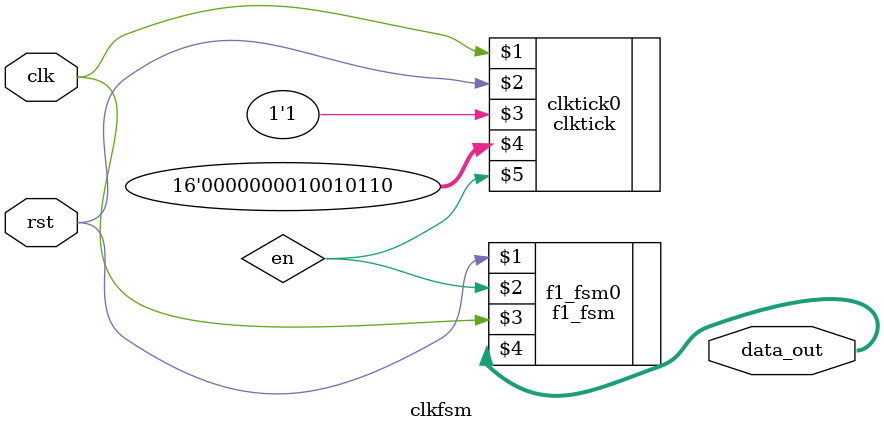
<source format=sv>
module clkfsm (
    input   logic       rst,
    input   logic       clk,
    output  logic [7:0] data_out
);
    wire en;
    clktick #(16) clktick0 (clk, rst, 1'b1, 16'd150, en);
    f1_fsm f1_fsm0 (rst, en, clk, data_out);
endmodule

</source>
